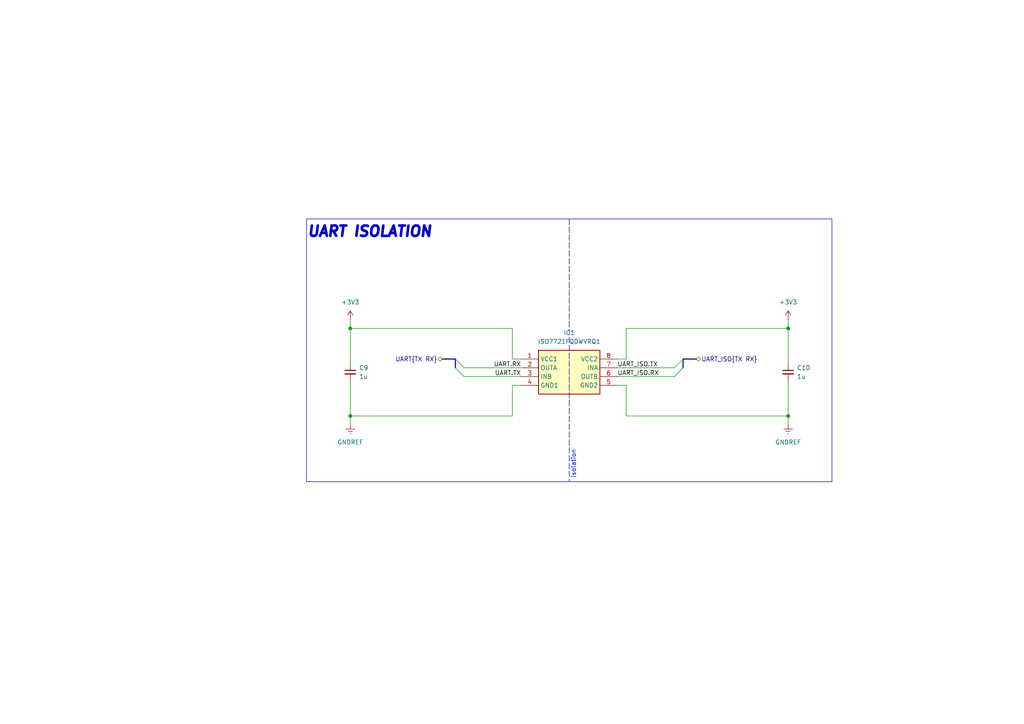
<source format=kicad_sch>
(kicad_sch (version 20250114) (generator "eeschema") (generator_version "9.0")
  (paper "A4")
  (title_block (title "PLC on STM - CAN & UART Shield") (date "2025-12-27") (company "Author: Grzegorz Potocki"))
  (lib_symbols
    (symbol "Device:C_Small" (pin_numbers (hide yes)) (pin_names (offset 0.254) (hide yes))
      (property "Reference" "C" (at 0.254 1.778 0))
      (property "Value" "C_Small" (at 0.254 -2.032 0))
      (symbol "C_Small_0_1"
        (polyline (pts (xy -1.524 0.508) (xy 1.524 0.508)) (stroke (width 0.3048)))
        (polyline (pts (xy -1.524 -0.508) (xy 1.524 -0.508)) (stroke (width 0.3302)))
      )
      (symbol "C_Small_1_1"
        (pin passive line (at 0 2.54 270) (length 2.032) (name "~") (number "1"))
        (pin passive line (at 0 -2.54 90) (length 2.032) (name "~") (number "2"))
      )
    )
    (symbol "PLC_on_STM:ISO7721FQDWVRQ1"
      (property "Reference" "IC" (at 24.13 7.62 0))
      (property "Value" "ISO7721FQDWVRQ1" (at 24.13 5.08 0))
      (symbol "ISO7721FQDWVRQ1_1_1"
        (rectangle (start 5.08 2.54) (end 22.86 -10.16) (stroke (width 0.254)) (fill (type background)))
        (pin passive line (at 0 0 0) (length 5.08) (name "VCC1") (number "1"))
        (pin passive line (at 0 -2.54 0) (length 5.08) (name "OUTA") (number "2"))
        (pin passive line (at 0 -5.08 0) (length 5.08) (name "INB") (number "3"))
        (pin passive line (at 0 -7.62 0) (length 5.08) (name "GND1") (number "4"))
        (pin passive line (at 27.94 0 180) (length 5.08) (name "VCC2") (number "8"))
        (pin passive line (at 27.94 -2.54 180) (length 5.08) (name "INA") (number "7"))
        (pin passive line (at 27.94 -5.08 180) (length 5.08) (name "OUTB") (number "6"))
        (pin passive line (at 27.94 -7.62 180) (length 5.08) (name "GND2") (number "5"))
      )
    )
    (symbol "power:+3V3" (power) (pin_numbers (hide yes)) (pin_names (offset 0) (hide yes))
      (property "Value" "+3V3" (at 0 3.556 0))
      (symbol "+3V3_0_1"
        (polyline (pts (xy -0.762 1.27) (xy 0 2.54)))
        (polyline (pts (xy 0 2.54) (xy 0.762 1.27)))
        (polyline (pts (xy 0 0) (xy 0 2.54)))
      )
      (symbol "+3V3_1_1"
        (pin power_in line (at 0 0 90) (length 0) (name "~") (number "1"))
      )
    )
    (symbol "power:GNDREF" (power) (pin_numbers (hide yes)) (pin_names (offset 0) (hide yes))
      (property "Value" "GNDREF" (at 0 -3.81 0))
      (symbol "GNDREF_0_1"
        (polyline (pts (xy -0.635 -1.905) (xy 0.635 -1.905)))
        (polyline (pts (xy -0.127 -2.54) (xy 0.127 -2.54)))
        (polyline (pts (xy 0 -1.27) (xy 0 0)))
        (polyline (pts (xy 1.27 -1.27) (xy -1.27 -1.27)))
      )
      (symbol "GNDREF_1_1"
        (pin power_in line (at 0 0 270) (length 0) (name "~") (number "1"))
      )
    )
  )
  (rectangle (start 88.9 63.5) (end 241.3 139.7))
  (text "Isolation" (at 166.37 134.62 90) (effects (font (size 1.27 1.27))))
  (text "UART ISOLATION" (at 88.9 67.31 0) (effects (font (size 3 3) (thickness 2) (bold yes) (italic yes)) (justify left)))
  (junction (at 228.6 95.25))
  (junction (at 228.6 120.65))
  (junction (at 101.6 95.25))
  (junction (at 101.6 120.65))
  (bus_entry (at 134.62 106.68) (size -2.54 -2.54))
  (bus_entry (at 195.58 109.22) (size 2.54 -2.54))
  (bus_entry (at 134.62 109.22) (size -2.54 -2.54))
  (bus_entry (at 195.58 106.68) (size 2.54 -2.54))
  (wire (pts (xy 181.61 120.65) (xy 181.61 111.76)))
  (wire (pts (xy 101.6 95.25) (xy 148.59 95.25)))
  (wire (pts (xy 101.6 110.49) (xy 101.6 120.65)))
  (wire (pts (xy 181.61 104.14) (xy 179.07 104.14)))
  (wire (pts (xy 228.6 95.25) (xy 181.61 95.25)))
  (bus (pts (xy 198.12 104.14) (xy 198.12 106.68)))
  (wire (pts (xy 101.6 123.19) (xy 101.6 120.65)))
  (wire (pts (xy 228.6 110.49) (xy 228.6 120.65)))
  (wire (pts (xy 228.6 95.25) (xy 228.6 105.41)))
  (wire (pts (xy 101.6 120.65) (xy 148.59 120.65)))
  (bus (pts (xy 132.08 104.14) (xy 128.27 104.14)))
  (wire (pts (xy 148.59 120.65) (xy 148.59 111.76)))
  (wire (pts (xy 148.59 95.25) (xy 148.59 104.14)))
  (wire (pts (xy 179.07 106.68) (xy 195.58 106.68)))
  (wire (pts (xy 151.13 109.22) (xy 134.62 109.22)))
  (wire (pts (xy 148.59 111.76) (xy 151.13 111.76)))
  (wire (pts (xy 101.6 95.25) (xy 101.6 105.41)))
  (bus (pts (xy 198.12 104.14) (xy 201.93 104.14)))
  (polyline (pts (xy 165.1 63.5) (xy 165.1 139.7)) (stroke (width 0) (type dash)))
  (wire (pts (xy 228.6 92.71) (xy 228.6 95.25)))
  (wire (pts (xy 148.59 104.14) (xy 151.13 104.14)))
  (wire (pts (xy 228.6 123.19) (xy 228.6 120.65)))
  (wire (pts (xy 151.13 106.68) (xy 134.62 106.68)))
  (wire (pts (xy 101.6 92.71) (xy 101.6 95.25)))
  (bus (pts (xy 132.08 104.14) (xy 132.08 106.68)))
  (wire (pts (xy 228.6 120.65) (xy 181.61 120.65)))
  (wire (pts (xy 179.07 109.22) (xy 195.58 109.22)))
  (wire (pts (xy 181.61 111.76) (xy 179.07 111.76)))
  (wire (pts (xy 181.61 95.25) (xy 181.61 104.14)))
  (label "UART_ISO.TX" (at 179.07 106.68 0))
  (label "UART.TX" (at 151.13 109.22 180))
  (label "UART_ISO.RX" (at 179.07 109.22 0))
  (label "UART.RX" (at 151.13 106.68 180))
  (hierarchical_label "UART_ISO{TX RX}" (shape bidirectional) (at 201.93 104.14 0))
  (hierarchical_label "UART{TX RX}" (shape bidirectional) (at 128.27 104.14 180))
  (symbol (lib_id "power:GNDREF") (at 228.6 123.19 0) (unit 1)
    (property "Reference" "#PWR013" (effects (hide yes)))
    (property "Value" "GNDREF" (at 228.6 128.27 0))
    (property "Description" "Power symbol creates a global label with name \"GNDREF\" , reference supply ground" (effects (hide yes)))
  )
  (symbol (lib_id "Device:C_Small") (at 101.6 107.95 0) (unit 1)
    (property "Reference" "C9" (at 104.14 106.6862 0) (effects (justify left)))
    (property "Value" "1u" (at 104.14 109.2262 0) (effects (justify left)))
    (property "Description" "Unpolarized capacitor, small symbol" (effects (hide yes)))
  )
  (symbol (lib_id "power:+3V3") (at 228.6 92.71 0) (unit 1)
    (property "Reference" "#PWR012" (effects (hide yes)))
    (property "Value" "+3V3" (at 228.6 87.63 0))
    (property "Description" "Power symbol creates a global label with name \"+3V3\"" (effects (hide yes)))
  )
  (symbol (lib_id "power:GNDREF") (at 101.6 123.19 0) (unit 1)
    (property "Reference" "#PWR011" (effects (hide yes)))
    (property "Value" "GNDREF" (at 101.6 128.27 0))
    (property "Description" "Power symbol creates a global label with name \"GNDREF\" , reference supply ground" (effects (hide yes)))
  )
  (symbol (lib_id "power:+3V3") (at 101.6 92.71 0) (unit 1)
    (property "Reference" "#PWR010" (effects (hide yes)))
    (property "Value" "+3V3" (at 101.6 87.63 0))
    (property "Description" "Power symbol creates a global label with name \"+3V3\"" (effects (hide yes)))
  )
  (symbol (lib_id "Device:C_Small") (at 228.6 107.95 0) (unit 1)
    (property "Reference" "C10" (at 231.14 106.6862 0) (effects (justify left)))
    (property "Value" "1u" (at 231.14 109.2262 0) (effects (justify left)))
    (property "Description" "Unpolarized capacitor, small symbol" (effects (hide yes)))
  )
  (symbol (lib_id "PLC_on_STM:ISO7721FQDWVRQ1") (at 151.13 104.14 0) (unit 1)
    (property "Reference" "IC1" (at 165.1 96.52 0))
    (property "Value" "ISO7721FQDWVRQ1" (at 165.1 99.06 0))
    (property "Footprint" "SOIC127P1150X280-8N" (effects (hide yes)))
    (property "Datasheet" "https://www.ti.com/lit/gpn/iso7721-q1" (effects (hide yes)))
    (property "Description" "Digital Isolators Automotive, robust EMC, dual-channel, 1/1, reinforced digital isolator 8-SOIC -40 to 125" (effects (hide yes)))
    (property "Height" "2.8" (effects (hide yes)))
    (property "Manufacturer_Name" "Texas Instruments" (effects (hide yes)))
    (property "Manufacturer_Part_Number" "ISO7721FQDWVRQ1" (effects (hide yes)))
  )
)
</source>
